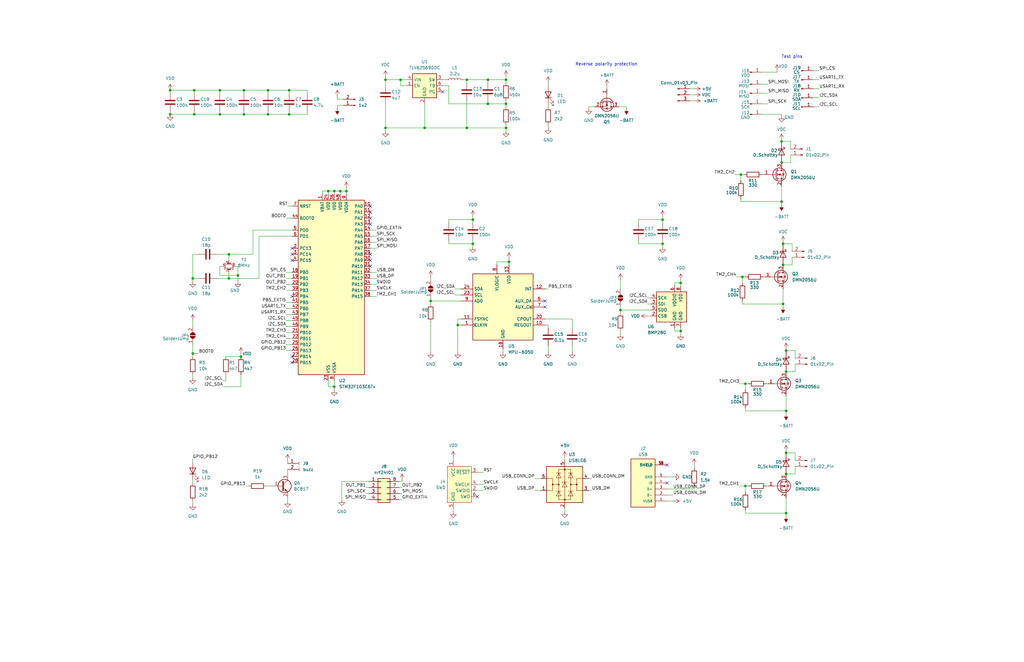
<source format=kicad_sch>
(kicad_sch (version 20230121) (generator eeschema)
  (paper "User" 431.8 279.4)
  (title_block (title "Quadcopter flight controller") (date "2023-07-21") (rev "1"))
  (junction (at 314.325 205.105))
  (junction (at 146.05 80.645))
  (junction (at 279.4 92.71))
  (junction (at 287.02 119.38))
  (junction (at 92.71 38.1))
  (junction (at 96.52 117.475))
  (junction (at 138.43 80.645))
  (junction (at 102.87 48.26))
  (junction (at 287.02 139.7))
  (junction (at 162.56 53.975))
  (junction (at 71.755 48.26))
  (junction (at 312.42 73.66))
  (junction (at 101.6 150.495))
  (junction (at 213.36 53.975))
  (junction (at 330.2 111.76))
  (junction (at 193.04 137.16))
  (junction (at 329.565 68.58))
  (junction (at 162.56 33.655))
  (junction (at 140.97 163.195))
  (junction (at 329.565 59.69))
  (junction (at 102.87 38.1))
  (junction (at 330.2 128.27))
  (junction (at 214.63 110.49))
  (junction (at 121.92 38.1))
  (junction (at 314.325 161.925))
  (junction (at 81.915 48.26))
  (junction (at 113.03 48.26))
  (junction (at 330.2 102.87))
  (junction (at 113.03 38.1))
  (junction (at 213.36 33.655))
  (junction (at 81.915 38.1))
  (junction (at 213.36 43.815))
  (junction (at 331.47 216.535))
  (junction (at 331.47 191.135))
  (junction (at 261.62 130.81))
  (junction (at 96.52 107.315))
  (junction (at 199.39 92.71))
  (junction (at 81.28 149.225))
  (junction (at 81.28 117.475))
  (junction (at 331.47 147.955))
  (junction (at 92.71 48.26))
  (junction (at 331.47 200.025))
  (junction (at 179.07 53.975))
  (junction (at 121.92 48.26))
  (junction (at 168.91 33.655))
  (junction (at 205.74 43.815))
  (junction (at 313.055 116.84))
  (junction (at 100.33 116.205))
  (junction (at 331.47 156.845))
  (junction (at 331.47 173.355))
  (junction (at 279.4 102.87))
  (junction (at 140.97 80.645))
  (junction (at 181.61 127))
  (junction (at 199.39 102.87))
  (junction (at 205.74 33.655))
  (junction (at 329.565 85.09))
  (junction (at 143.51 80.645))
  (junction (at 71.755 38.1))
  (junction (at 196.85 33.655))
  (junction (at 196.85 53.975))
  (no_connect (at 123.19 109.855))
  (no_connect (at 281.305 203.835))
  (no_connect (at 123.19 150.495))
  (no_connect (at 229.87 127))
  (no_connect (at 156.21 94.615))
  (no_connect (at 156.21 86.995))
  (no_connect (at 156.21 92.075))
  (no_connect (at 123.19 153.035))
  (no_connect (at 156.21 112.395))
  (no_connect (at 123.19 107.315))
  (no_connect (at 201.295 209.55))
  (no_connect (at 156.21 107.315))
  (no_connect (at 186.69 38.735))
  (no_connect (at 229.87 129.54))
  (no_connect (at 123.19 125.095))
  (no_connect (at 123.19 104.775))
  (no_connect (at 156.21 109.855))
  (no_connect (at 281.305 196.215))
  (no_connect (at 156.21 89.535))
  (wire (pts (xy 96.52 107.315) (xy 106.68 107.315)))
  (wire (pts (xy 264.16 45.085) (xy 260.985 45.085)))
  (wire (pts (xy 321.31 48.26) (xy 329.565 48.26)))
  (wire (pts (xy 238.125 214.63) (xy 238.125 215.9)))
  (wire (pts (xy 71.755 46.99) (xy 71.755 48.26)))
  (wire (pts (xy 91.44 107.315) (xy 96.52 107.315)))
  (wire (pts (xy 100.33 116.205) (xy 100.33 112.395)))
  (wire (pts (xy 212.09 147.32) (xy 212.09 148.59)))
  (wire (pts (xy 121.285 194.31) (xy 121.285 195.58)))
  (wire (pts (xy 155.575 203.2) (xy 144.145 203.2)))
  (wire (pts (xy 191.77 124.46) (xy 194.31 124.46)))
  (wire (pts (xy 120.65 140.335) (xy 123.19 140.335)))
  (wire (pts (xy 181.61 125.73) (xy 181.61 127)))
  (wire (pts (xy 312.42 83.82) (xy 312.42 85.09)))
  (wire (pts (xy 143.51 80.645) (xy 140.97 80.645)))
  (wire (pts (xy 345.44 33.655) (xy 342.9 33.655)))
  (wire (pts (xy 169.545 202.565) (xy 169.545 203.2)))
  (wire (pts (xy 331.47 147.955) (xy 331.47 148.59)))
  (wire (pts (xy 331.47 156.21) (xy 331.47 156.845)))
  (wire (pts (xy 331.47 216.535) (xy 331.47 217.805)))
  (wire (pts (xy 169.545 205.74) (xy 168.275 205.74)))
  (wire (pts (xy 93.98 160.655) (xy 95.25 160.655)))
  (wire (pts (xy 109.22 99.695) (xy 123.19 99.695)))
  (wire (pts (xy 203.835 207.01) (xy 201.295 207.01)))
  (wire (pts (xy 329.565 59.69) (xy 329.565 60.325)))
  (wire (pts (xy 144.145 203.2) (xy 144.145 210.82)))
  (wire (pts (xy 273.05 128.27) (xy 274.32 128.27)))
  (wire (pts (xy 81.28 149.225) (xy 81.28 150.495)))
  (wire (pts (xy 109.22 117.475) (xy 109.22 99.695)))
  (wire (pts (xy 93.98 163.195) (xy 101.6 163.195)))
  (wire (pts (xy 281.305 208.915) (xy 283.845 208.915)))
  (wire (pts (xy 231.14 146.05) (xy 231.14 148.59)))
  (wire (pts (xy 335.28 194.31) (xy 335.28 191.135)))
  (wire (pts (xy 203.835 204.47) (xy 201.295 204.47)))
  (wire (pts (xy 331.47 167.005) (xy 331.47 173.355)))
  (wire (pts (xy 261.62 139.7) (xy 261.62 140.97)))
  (wire (pts (xy 169.545 210.82) (xy 168.275 210.82)))
  (wire (pts (xy 248.285 45.085) (xy 250.825 45.085)))
  (wire (pts (xy 323.215 161.925) (xy 323.85 161.925)))
  (wire (pts (xy 309.88 73.66) (xy 312.42 73.66)))
  (wire (pts (xy 95.25 160.655) (xy 95.25 158.115)))
  (wire (pts (xy 314.325 207.645) (xy 314.325 205.105)))
  (wire (pts (xy 225.425 201.93) (xy 227.965 201.93)))
  (wire (pts (xy 330.2 128.27) (xy 330.2 129.54)))
  (wire (pts (xy 92.71 39.37) (xy 92.71 38.1)))
  (wire (pts (xy 81.915 38.1) (xy 81.915 39.37)))
  (wire (pts (xy 214.63 109.22) (xy 214.63 110.49)))
  (wire (pts (xy 154.305 205.74) (xy 155.575 205.74)))
  (wire (pts (xy 81.915 48.26) (xy 92.71 48.26)))
  (wire (pts (xy 71.755 39.37) (xy 71.755 38.1)))
  (wire (pts (xy 199.39 92.71) (xy 199.39 93.98)))
  (wire (pts (xy 331.47 147.32) (xy 331.47 147.955)))
  (wire (pts (xy 181.61 127) (xy 181.61 128.27)))
  (wire (pts (xy 142.24 45.72) (xy 142.24 44.45)))
  (wire (pts (xy 162.56 33.655) (xy 168.91 33.655)))
  (wire (pts (xy 213.36 43.815) (xy 213.36 45.085)))
  (wire (pts (xy 209.55 111.76) (xy 209.55 110.49)))
  (wire (pts (xy 146.05 79.375) (xy 146.05 80.645)))
  (wire (pts (xy 312.42 85.09) (xy 329.565 85.09)))
  (wire (pts (xy 120.65 145.415) (xy 123.19 145.415)))
  (wire (pts (xy 209.55 110.49) (xy 214.63 110.49)))
  (wire (pts (xy 81.28 117.475) (xy 81.28 107.315)))
  (wire (pts (xy 335.28 153.67) (xy 335.28 156.845)))
  (wire (pts (xy 329.565 85.09) (xy 329.565 86.36)))
  (wire (pts (xy 269.24 92.71) (xy 269.24 93.98)))
  (wire (pts (xy 92.71 46.99) (xy 92.71 48.26)))
  (wire (pts (xy 335.28 200.025) (xy 331.47 200.025)))
  (wire (pts (xy 140.97 160.655) (xy 140.97 163.195)))
  (wire (pts (xy 194.31 134.62) (xy 193.04 134.62)))
  (wire (pts (xy 313.055 127) (xy 313.055 128.27)))
  (wire (pts (xy 121.92 38.1) (xy 113.03 38.1)))
  (wire (pts (xy 106.68 107.315) (xy 106.68 97.155)))
  (wire (pts (xy 231.14 34.925) (xy 231.14 36.195)))
  (wire (pts (xy 121.285 210.185) (xy 121.285 211.455)))
  (wire (pts (xy 120.65 142.875) (xy 123.19 142.875)))
  (wire (pts (xy 96.52 114.935) (xy 96.52 117.475)))
  (wire (pts (xy 181.61 116.84) (xy 181.61 118.11)))
  (wire (pts (xy 205.74 33.655) (xy 213.36 33.655)))
  (wire (pts (xy 121.285 198.12) (xy 121.285 200.025)))
  (wire (pts (xy 334.01 102.87) (xy 330.2 102.87)))
  (wire (pts (xy 168.91 36.195) (xy 168.91 33.655)))
  (wire (pts (xy 345.44 41.275) (xy 342.9 41.275)))
  (wire (pts (xy 162.56 32.385) (xy 162.56 33.655)))
  (wire (pts (xy 96.52 117.475) (xy 109.22 117.475)))
  (wire (pts (xy 120.65 130.175) (xy 123.19 130.175)))
  (wire (pts (xy 154.305 210.82) (xy 155.575 210.82)))
  (wire (pts (xy 284.48 119.38) (xy 287.02 119.38)))
  (wire (pts (xy 81.28 202.565) (xy 81.28 203.835)))
  (wire (pts (xy 113.03 39.37) (xy 113.03 38.1)))
  (wire (pts (xy 287.02 119.38) (xy 287.02 120.65)))
  (wire (pts (xy 333.375 65.405) (xy 333.375 68.58)))
  (wire (pts (xy 81.28 135.255) (xy 81.28 137.795)))
  (wire (pts (xy 199.39 91.44) (xy 199.39 92.71)))
  (wire (pts (xy 214.63 110.49) (xy 214.63 111.76)))
  (wire (pts (xy 162.56 36.195) (xy 162.56 33.655)))
  (wire (pts (xy 334.01 106.045) (xy 334.01 102.87)))
  (wire (pts (xy 196.85 53.975) (xy 213.36 53.975)))
  (wire (pts (xy 162.56 53.975) (xy 179.07 53.975)))
  (wire (pts (xy 189.23 36.195) (xy 189.23 43.815)))
  (wire (pts (xy 213.36 55.245) (xy 213.36 53.975)))
  (wire (pts (xy 279.4 92.71) (xy 279.4 93.98)))
  (wire (pts (xy 191.135 193.04) (xy 191.135 194.31)))
  (wire (pts (xy 292.735 205.105) (xy 292.735 206.375)))
  (wire (pts (xy 193.04 134.62) (xy 193.04 137.16)))
  (wire (pts (xy 330.2 121.92) (xy 330.2 128.27)))
  (wire (pts (xy 162.56 43.815) (xy 162.56 53.975)))
  (wire (pts (xy 241.3 146.05) (xy 241.3 148.59)))
  (wire (pts (xy 205.74 43.815) (xy 213.36 43.815)))
  (wire (pts (xy 199.39 101.6) (xy 199.39 102.87)))
  (wire (pts (xy 231.14 121.92) (xy 229.87 121.92)))
  (wire (pts (xy 113.03 48.26) (xy 121.92 48.26)))
  (wire (pts (xy 333.375 59.69) (xy 329.565 59.69)))
  (wire (pts (xy 310.515 116.84) (xy 313.055 116.84)))
  (wire (pts (xy 129.54 39.37) (xy 129.54 38.1)))
  (wire (pts (xy 138.43 81.915) (xy 138.43 80.645)))
  (wire (pts (xy 287.02 118.11) (xy 287.02 119.38)))
  (wire (pts (xy 113.03 46.99) (xy 113.03 48.26)))
  (wire (pts (xy 91.44 117.475) (xy 96.52 117.475)))
  (wire (pts (xy 331.47 190.5) (xy 331.47 191.135)))
  (wire (pts (xy 191.77 121.92) (xy 194.31 121.92)))
  (wire (pts (xy 323.215 205.105) (xy 323.85 205.105)))
  (wire (pts (xy 120.65 135.255) (xy 123.19 135.255)))
  (wire (pts (xy 81.28 158.115) (xy 81.28 159.385)))
  (wire (pts (xy 335.28 196.85) (xy 335.28 200.025)))
  (wire (pts (xy 279.4 91.44) (xy 279.4 92.71)))
  (wire (pts (xy 345.44 29.845) (xy 342.9 29.845)))
  (wire (pts (xy 249.555 207.01) (xy 248.285 207.01)))
  (wire (pts (xy 135.89 80.645) (xy 138.43 80.645)))
  (wire (pts (xy 279.4 102.87) (xy 279.4 104.14)))
  (wire (pts (xy 314.325 216.535) (xy 331.47 216.535)))
  (wire (pts (xy 261.62 130.81) (xy 261.62 132.08)))
  (wire (pts (xy 290.83 37.465) (xy 292.735 37.465)))
  (wire (pts (xy 120.65 122.555) (xy 123.19 122.555)))
  (wire (pts (xy 100.33 112.395) (xy 99.06 112.395)))
  (wire (pts (xy 321.31 43.815) (xy 323.85 43.815)))
  (wire (pts (xy 313.055 116.84) (xy 314.325 116.84)))
  (wire (pts (xy 284.48 138.43) (xy 284.48 139.7)))
  (wire (pts (xy 205.74 33.655) (xy 205.74 34.925)))
  (wire (pts (xy 269.24 92.71) (xy 279.4 92.71)))
  (wire (pts (xy 71.755 38.1) (xy 81.915 38.1)))
  (wire (pts (xy 193.04 148.59) (xy 193.04 137.16)))
  (wire (pts (xy 191.135 214.63) (xy 191.135 215.9)))
  (wire (pts (xy 95.25 150.495) (xy 101.6 150.495)))
  (wire (pts (xy 321.31 30.48) (xy 327.66 30.48)))
  (wire (pts (xy 92.71 116.205) (xy 100.33 116.205)))
  (wire (pts (xy 203.835 199.39) (xy 201.295 199.39)))
  (wire (pts (xy 158.75 102.235) (xy 156.21 102.235)))
  (wire (pts (xy 135.89 81.915) (xy 135.89 80.645)))
  (wire (pts (xy 158.75 120.015) (xy 156.21 120.015)))
  (wire (pts (xy 196.85 33.655) (xy 205.74 33.655)))
  (wire (pts (xy 331.47 173.355) (xy 331.47 174.625)))
  (wire (pts (xy 138.43 160.655) (xy 138.43 163.195)))
  (wire (pts (xy 269.24 101.6) (xy 269.24 102.87)))
  (wire (pts (xy 312.42 73.66) (xy 313.69 73.66)))
  (wire (pts (xy 113.03 48.26) (xy 102.87 48.26)))
  (wire (pts (xy 146.05 81.915) (xy 146.05 80.645)))
  (wire (pts (xy 335.28 151.13) (xy 335.28 147.955)))
  (wire (pts (xy 142.24 40.64) (xy 142.24 41.91)))
  (wire (pts (xy 312.42 76.2) (xy 312.42 73.66)))
  (wire (pts (xy 213.36 52.705) (xy 213.36 53.975)))
  (wire (pts (xy 248.285 45.72) (xy 248.285 45.085)))
  (wire (pts (xy 156.21 114.935) (xy 158.75 114.935)))
  (wire (pts (xy 269.24 102.87) (xy 279.4 102.87)))
  (wire (pts (xy 249.555 201.93) (xy 248.285 201.93)))
  (wire (pts (xy 92.71 38.1) (xy 102.87 38.1)))
  (wire (pts (xy 321.31 73.66) (xy 321.945 73.66)))
  (wire (pts (xy 329.565 78.74) (xy 329.565 85.09)))
  (wire (pts (xy 314.325 173.355) (xy 331.47 173.355)))
  (wire (pts (xy 168.91 33.655) (xy 171.45 33.655)))
  (wire (pts (xy 186.69 33.655) (xy 187.96 33.655)))
  (wire (pts (xy 143.51 81.915) (xy 143.51 80.645)))
  (wire (pts (xy 287.02 139.7) (xy 287.02 140.97)))
  (wire (pts (xy 313.055 128.27) (xy 330.2 128.27)))
  (wire (pts (xy 100.33 116.205) (xy 100.33 118.745)))
  (wire (pts (xy 102.87 38.1) (xy 113.03 38.1)))
  (wire (pts (xy 96.52 107.315) (xy 96.52 109.855)))
  (wire (pts (xy 121.92 46.99) (xy 121.92 48.26)))
  (wire (pts (xy 120.65 132.715) (xy 123.19 132.715)))
  (wire (pts (xy 313.055 119.38) (xy 313.055 116.84)))
  (wire (pts (xy 162.56 53.975) (xy 162.56 55.245)))
  (wire (pts (xy 241.3 134.62) (xy 229.87 134.62)))
  (wire (pts (xy 142.24 44.45) (xy 144.78 44.45)))
  (wire (pts (xy 71.755 48.26) (xy 81.915 48.26)))
  (wire (pts (xy 231.14 52.705) (xy 231.14 53.975)))
  (wire (pts (xy 81.28 145.415) (xy 81.28 149.225)))
  (wire (pts (xy 81.915 46.99) (xy 81.915 48.26)))
  (wire (pts (xy 102.87 46.99) (xy 102.87 48.26)))
  (wire (pts (xy 287.02 138.43) (xy 287.02 139.7)))
  (wire (pts (xy 323.85 39.37) (xy 321.31 39.37)))
  (wire (pts (xy 329.565 48.26) (xy 329.565 48.895)))
  (wire (pts (xy 238.125 193.04) (xy 238.125 194.31)))
  (wire (pts (xy 120.65 137.795) (xy 123.19 137.795)))
  (wire (pts (xy 314.325 161.925) (xy 315.595 161.925)))
  (wire (pts (xy 196.85 42.545) (xy 196.85 53.975)))
  (wire (pts (xy 120.65 114.935) (xy 123.19 114.935)))
  (wire (pts (xy 140.97 163.195) (xy 140.97 164.465)))
  (wire (pts (xy 106.68 97.155) (xy 123.19 97.155)))
  (wire (pts (xy 241.3 138.43) (xy 241.3 134.62)))
  (wire (pts (xy 156.21 117.475) (xy 158.75 117.475)))
  (wire (pts (xy 189.23 101.6) (xy 189.23 102.87)))
  (wire (pts (xy 103.505 205.105) (xy 104.775 205.105)))
  (wire (pts (xy 205.74 42.545) (xy 205.74 43.815)))
  (wire (pts (xy 195.58 33.655) (xy 196.85 33.655)))
  (wire (pts (xy 335.28 156.845) (xy 331.47 156.845)))
  (wire (pts (xy 330.2 111.125) (xy 330.2 111.76)))
  (wire (pts (xy 284.48 120.65) (xy 284.48 119.38)))
  (wire (pts (xy 102.87 39.37) (xy 102.87 38.1)))
  (wire (pts (xy 101.6 163.195) (xy 101.6 158.115)))
  (wire (pts (xy 329.565 59.055) (xy 329.565 59.69)))
  (wire (pts (xy 281.305 211.455) (xy 283.845 211.455)))
  (wire (pts (xy 186.69 36.195) (xy 189.23 36.195)))
  (wire (pts (xy 121.285 86.995) (xy 123.19 86.995)))
  (wire (pts (xy 140.97 80.645) (xy 140.97 81.915)))
  (wire (pts (xy 333.375 62.865) (xy 333.375 59.69)))
  (wire (pts (xy 261.62 129.54) (xy 261.62 130.81)))
  (wire (pts (xy 120.65 120.015) (xy 123.19 120.015)))
  (wire (pts (xy 168.275 208.28) (xy 169.545 208.28)))
  (wire (pts (xy 334.01 111.76) (xy 330.2 111.76)))
  (wire (pts (xy 345.44 37.465) (xy 342.9 37.465)))
  (wire (pts (xy 335.28 191.135) (xy 331.47 191.135)))
  (wire (pts (xy 335.28 147.955) (xy 331.47 147.955)))
  (wire (pts (xy 83.82 117.475) (xy 81.28 117.475)))
  (wire (pts (xy 229.87 137.16) (xy 231.14 137.16)))
  (wire (pts (xy 121.92 48.26) (xy 129.54 48.26)))
  (wire (pts (xy 290.83 40.005) (xy 292.735 40.005)))
  (wire (pts (xy 231.14 138.43) (xy 231.14 137.16)))
  (wire (pts (xy 120.65 117.475) (xy 123.19 117.475)))
  (wire (pts (xy 284.48 139.7) (xy 287.02 139.7)))
  (wire (pts (xy 314.325 172.085) (xy 314.325 173.355)))
  (wire (pts (xy 321.31 35.56) (xy 323.85 35.56)))
  (wire (pts (xy 311.785 161.925) (xy 314.325 161.925)))
  (wire (pts (xy 279.4 101.6) (xy 279.4 102.87)))
  (wire (pts (xy 81.28 211.455) (xy 81.28 212.725)))
  (wire (pts (xy 181.61 127) (xy 194.31 127)))
  (wire (pts (xy 314.325 164.465) (xy 314.325 161.925)))
  (wire (pts (xy 189.23 102.87) (xy 199.39 102.87)))
  (wire (pts (xy 92.71 112.395) (xy 92.71 116.205)))
  (wire (pts (xy 81.28 117.475) (xy 81.28 118.745)))
  (wire (pts (xy 314.325 205.105) (xy 315.595 205.105)))
  (wire (pts (xy 189.23 93.98) (xy 189.23 92.71)))
  (wire (pts (xy 138.43 80.645) (xy 140.97 80.645)))
  (wire (pts (xy 333.375 68.58) (xy 329.565 68.58)))
  (wire (pts (xy 290.83 42.545) (xy 292.735 42.545)))
  (wire (pts (xy 120.65 127.635) (xy 123.19 127.635)))
  (wire (pts (xy 179.07 53.975) (xy 196.85 53.975)))
  (wire (pts (xy 331.47 191.135) (xy 331.47 191.77)))
  (wire (pts (xy 142.24 41.91) (xy 144.78 41.91)))
  (wire (pts (xy 330.2 102.235) (xy 330.2 102.87)))
  (wire (pts (xy 196.85 33.655) (xy 196.85 34.925)))
  (wire (pts (xy 189.23 92.71) (xy 199.39 92.71)))
  (wire (pts (xy 261.62 130.81) (xy 274.32 130.81)))
  (wire (pts (xy 193.04 137.16) (xy 194.31 137.16)))
  (wire (pts (xy 101.6 149.225) (xy 101.6 150.495)))
  (wire (pts (xy 261.62 118.11) (xy 261.62 121.92)))
  (wire (pts (xy 329.565 67.945) (xy 329.565 68.58)))
  (wire (pts (xy 129.54 46.99) (xy 129.54 48.26)))
  (wire (pts (xy 273.05 125.73) (xy 274.32 125.73)))
  (wire (pts (xy 123.19 92.075) (xy 120.65 92.075)))
  (wire (pts (xy 321.945 116.84) (xy 322.58 116.84)))
  (wire (pts (xy 120.65 147.955) (xy 123.19 147.955)))
  (wire (pts (xy 81.28 107.315) (xy 83.82 107.315)))
  (wire (pts (xy 199.39 102.87) (xy 199.39 104.14)))
  (wire (pts (xy 92.71 112.395) (xy 93.98 112.395)))
  (wire (pts (xy 179.07 43.815) (xy 179.07 53.975)))
  (wire (pts (xy 345.44 45.085) (xy 342.9 45.085)))
  (wire (pts (xy 292.735 196.215) (xy 292.735 197.485)))
  (wire (pts (xy 158.75 97.155) (xy 156.21 97.155)))
  (wire (pts (xy 331.47 199.39) (xy 331.47 200.025)))
  (wire (pts (xy 92.71 48.26) (xy 102.87 48.26)))
  (wire (pts (xy 81.28 193.675) (xy 81.28 194.945)))
  (wire (pts (xy 158.75 122.555) (xy 156.21 122.555)))
  (wire (pts (xy 213.36 32.385) (xy 213.36 33.655)))
  (wire (pts (xy 121.92 39.37) (xy 121.92 38.1)))
  (wire (pts (xy 189.23 43.815) (xy 205.74 43.815)))
  (wire (pts (xy 154.305 208.28) (xy 155.575 208.28)))
  (wire (pts (xy 156.21 99.695) (xy 158.75 99.695)))
  (wire (pts (xy 138.43 163.195) (xy 140.97 163.195)))
  (wire (pts (xy 331.47 210.185) (xy 331.47 216.535)))
  (wire (pts (xy 264.16 45.72) (xy 264.16 45.085)))
  (wire (pts (xy 225.425 207.01) (xy 227.965 207.01)))
  (wire (pts (xy 213.36 42.545) (xy 213.36 43.815)))
  (wire (pts (xy 81.28 149.225) (xy 83.82 149.225)))
  (wire (pts (xy 146.05 80.645) (xy 143.51 80.645)))
  (wire (pts (xy 112.395 205.105) (xy 113.665 205.105)))
  (wire (pts (xy 314.325 215.265) (xy 314.325 216.535)))
  (wire (pts (xy 121.92 38.1) (xy 129.54 38.1)))
  (wire (pts (xy 281.305 206.375) (xy 292.735 206.375)))
  (wire (pts (xy 274.32 133.35) (xy 273.05 133.35)))
  (wire (pts (xy 330.2 102.87) (xy 330.2 103.505)))
  (wire (pts (xy 281.305 201.295) (xy 283.845 201.295)))
  (wire (pts (xy 255.905 36.195) (xy 255.905 37.465)))
  (wire (pts (xy 181.61 135.89) (xy 181.61 148.59)))
  (wire (pts (xy 156.21 104.775) (xy 158.75 104.775)))
  (wire (pts (xy 81.915 38.1) (xy 92.71 38.1)))
  (wire (pts (xy 171.45 36.195) (xy 168.91 36.195)))
  (wire (pts (xy 334.01 108.585) (xy 334.01 111.76)))
  (wire (pts (xy 327.66 30.48) (xy 327.66 29.845)))
  (wire (pts (xy 158.75 125.095) (xy 156.21 125.095)))
  (wire (pts (xy 213.36 34.925) (xy 213.36 33.655)))
  (wire (pts (xy 168.275 203.2) (xy 169.545 203.2)))
  (wire (pts (xy 311.785 205.105) (xy 314.325 205.105)))
  (wire (pts (xy 231.14 43.815) (xy 231.14 45.085)))
  (text "Test pins\n" (at 329.565 24.765 0) (effects (font (size 1.27 1.27)) (justify left bottom)))
  (text "Reverse polarity protection\n" (at 242.57 27.94 0) (effects (font (size 1.27 1.27)) (justify left bottom)))
  (label "OUT_PB2" (at 120.65 120.015 180))
  (label "I2C_SCL" (at 93.98 160.655 180))
  (label "RST" (at 121.285 86.995 180))
  (label "I2C_SDA" (at 191.77 121.92 180))
  (label "BOOT0" (at 83.82 149.225 0))
  (label "SPI_MOSI" (at 158.75 104.775 0))
  (label "TM2_CH3" (at 311.785 161.925 180))
  (label "OUT_PB2" (at 169.545 205.74 0))
  (label "PB5_EXTI5" (at 231.14 121.92 0))
  (label "GPIO_EXTI4" (at 158.75 97.155 0))
  (label "TM2_CH1" (at 158.75 125.095 0))
  (label "TM2_CH2" (at 120.65 122.555 180))
  (label "GPIO_PB12" (at 120.65 145.415 180))
  (label "PB5_EXTI5" (at 120.65 127.635 180))
  (label "TM2_CH1" (at 311.785 205.105 180))
  (label "SWDIO" (at 203.835 207.01 0))
  (label "I2C_SDA" (at 273.05 128.27 180))
  (label "I2C_SDA" (at 345.44 41.275 0))
  (label "RST" (at 203.835 199.39 0))
  (label "SPI_MISO" (at 323.85 39.37 0))
  (label "USART1_RX" (at 345.44 37.465 0))
  (label "I2C_SDA" (at 120.65 137.795 180))
  (label "USB_DP" (at 158.75 117.475 0))
  (label "USB_CONN_DM" (at 249.555 201.93 0))
  (label "SPI_SCK" (at 158.75 99.695 0))
  (label "USB_CONN_DM" (at 283.845 208.915 0))
  (label "I2C_SCL" (at 120.65 135.255 180))
  (label "SPI_CS" (at 345.44 29.845 0))
  (label "USART1_TX" (at 345.44 33.655 0))
  (label "I2C_SCL" (at 345.44 45.085 0))
  (label "USB_DP" (at 225.425 207.01 180))
  (label "GPIO_EXTI4" (at 169.545 210.82 0))
  (label "TM2_CH4" (at 120.65 142.875 180))
  (label "BOOT0" (at 120.65 92.075 180))
  (label "USB_CONN_DP" (at 225.425 201.93 180))
  (label "GPIO_PB13" (at 103.505 205.105 180))
  (label "TM2_CH2" (at 309.88 73.66 180))
  (label "SPI_MOSI" (at 169.545 208.28 0))
  (label "I2C_SDA" (at 93.98 163.195 180))
  (label "USB_CONN_DP" (at 283.845 206.375 0))
  (label "SPI_SCK" (at 323.85 43.815 0))
  (label "SPI_CS" (at 120.65 114.935 180))
  (label "TM2_CH3" (at 120.65 140.335 180))
  (label "SPI_MISO" (at 154.305 210.82 180))
  (label "SPI_MISO" (at 158.75 102.235 0))
  (label "OUT_PB1" (at 120.65 117.475 180))
  (label "USART1_RX" (at 120.65 132.715 180))
  (label "I2C_SCL" (at 273.05 125.73 180))
  (label "SPI_MOSI" (at 323.85 35.56 0))
  (label "TM2_CH4" (at 310.515 116.84 180))
  (label "I2C_SCL" (at 191.77 124.46 180))
  (label "OUT_PB1" (at 154.305 205.74 180))
  (label "USART1_TX" (at 120.65 130.175 180))
  (label "USB_DM" (at 158.75 114.935 0))
  (label "SWCLK" (at 203.835 204.47 0))
  (label "GPIO_PB12" (at 81.28 193.675 0))
  (label "USB_DM" (at 249.555 207.01 0))
  (label "GPIO_PB13" (at 120.65 147.955 180))
  (label "SPI_SCK" (at 154.305 208.28 180))
  (label "SWCLK" (at 158.75 122.555 0))
  (label "SWDIO" (at 158.75 120.015 0))
  (symbol (lib_id "Connector_Generic:Conn_02x04_Counter_Clockwise") (at 160.655 205.74 0) (unit 1)
    (property "Reference" "J8" (at 161.925 196.85 0))
    (property "Value" "nrf24l01" (at 161.925 199.39 0))
    (property "Footprint" "Connector_PinHeader_2.54mm:PinHeader_2x04_P2.54mm_Vertical" (effects hide))
  )
  (symbol (lib_id "power:+5V") (at 238.125 193.04 0) (unit 1)
    (property "Reference" "#PWR021" (effects hide))
    (property "Value" "+5V" (at 238.125 187.96 0))
  )
  (symbol (lib_id "power:GND") (at 231.14 53.975 0) (unit 1)
    (property "Reference" "#PWR014" (effects hide))
    (property "Value" "GND" (at 231.14 59.055 0))
  )
  (symbol (lib_id "Connector:Conn_01x01_Pin") (at 316.23 39.37 0) (unit 1)
    (property "Reference" "J14" (at 313.055 38.735 0))
    (property "Value" "MISO" (at 313.69 40.64 0))
    (property "Footprint" "TestPoint:TestPoint_Pad_D1.0mm" (effects hide))
  )
  (symbol (lib_id "Device:C") (at 196.85 38.735 0) (unit 1)
    (property "Reference" "C13" (at 199.39 37.465 0) (effects (justify left)))
    (property "Value" "10u" (at 199.39 40.005 0) (effects (justify left)))
    (property "Footprint" "Capacitor_SMD:C_0805_2012Metric" (effects hide))
  )
  (symbol (lib_id "Device:Crystal_GND24_Small") (at 96.52 112.395 90) (unit 1)
    (property "Reference" "Y1" (at 102.87 109.4807 90))
    (property "Value" "8MHz" (at 102.87 112.0207 90))
    (property "Footprint" "QT532S-8.000MAAJ-T:XTAL_QT532S-8.000MAAJ-T" (effects hide))
  )
  (symbol (lib_id "power:VDC") (at 331.47 147.32 0) (unit 1)
    (property "Reference" "#PWR049" (effects hide))
    (property "Value" "VDC" (at 331.47 142.875 0))
  )
  (symbol (lib_id "power:-BATT") (at 331.47 174.625 180) (unit 1)
    (property "Reference" "#PWR020" (effects hide))
    (property "Value" "-BATT" (at 331.47 179.705 0))
  )
  (symbol (lib_id "Connector:Conn_01x01_Pin") (at 316.23 35.56 0) (unit 1)
    (property "Reference" "J13" (at 314.325 34.29 0))
    (property "Value" "MOSI" (at 313.69 36.195 0))
    (property "Footprint" "TestPoint:TestPoint_Pad_D1.0mm" (effects hide))
  )
  (symbol (lib_id "Transistor_BJT:BC817") (at 118.745 205.105 0) (unit 1)
    (property "Reference" "Q6" (at 123.825 203.835 0) (effects (justify left)))
    (property "Value" "BC817" (at 123.825 206.375 0) (effects (justify left)))
    (property "Footprint" "Package_TO_SOT_SMD:SOT-23" (effects hide))
    (property "Datasheet" "https://www.onsemi.com/pub/Collateral/BC818-D.pdf" (effects hide))
  )
  (symbol (lib_id "power:GND") (at 287.02 140.97 0) (unit 1)
    (property "Reference" "#PWR042" (effects hide))
    (property "Value" "GND" (at 287.02 146.05 0))
  )
  (symbol (lib_id "power:GND") (at 71.755 48.26 0) (unit 1)
    (property "Reference" "#PWR04" (effects hide))
    (property "Value" "GND" (at 71.755 53.34 0))
  )
  (symbol (lib_id "Connector:Conn_ARM_SWD_TagConnect_TC2030-NL") (at 193.675 204.47 0) (unit 1) (in_bom no)
    (property "Reference" "J4" (at 187.96 203.2 0) (effects (justify right)))
    (property "Value" "SWD" (at 187.96 205.74 0) (effects (justify right)))
    (property "Footprint" "swd_conn:Pin_2x03_P2.54mm" (effects hide))
    (property "Datasheet" "https://www.tag-connect.com/wp-content/uploads/bsk-pdf-manager/TC2030-CTX_1.pdf" (effects hide))
  )
  (symbol (lib_id "Power_Protection:USBLC6-2SC6") (at 238.125 204.47 0) (unit 1)
    (property "Reference" "U3" (at 239.7761 191.77 0) (effects (justify left)))
    (property "Value" "USBLC6" (at 239.7761 194.31 0) (effects (justify left)))
    (property "Footprint" "Package_TO_SOT_SMD:SOT-23-6" (effects hide))
    (property "Datasheet" "https://www.st.com/resource/en/datasheet/usblc6-2.pdf" (effects hide))
  )
  (symbol (lib_id "power:GND") (at 199.39 104.14 0) (unit 1)
    (property "Reference" "#PWR032" (effects hide))
    (property "Value" "GND" (at 199.39 109.22 0))
  )
  (symbol (lib_id "Sensor_Pressure:BMP280") (at 284.48 130.81 0) (unit 1)
    (property "Reference" "U6" (at 273.05 137.795 0) (effects (justify left)))
    (property "Value" "BMP280" (at 273.05 140.335 0) (effects (justify left)))
    (property "Footprint" "Package_LGA:Bosch_LGA-8_2x2.5mm_P0.65mm_ClockwisePinNumbering" (effects hide))
    (property "Datasheet" "https://ae-bst.resource.bosch.com/media/_tech/media/datasheets/BST-BMP280-DS001.pdf" (effects hide))
  )
  (symbol (lib_id "Device:R") (at 317.5 73.66 90) (unit 1)
    (property "Reference" "R11" (at 319.405 76.2 90) (effects (justify left)))
    (property "Value" "330" (at 319.405 78.105 90) (effects (justify left)))
    (property "Footprint" "Resistor_SMD:R_0805_2012Metric" (effects hide))
  )
  (symbol (lib_id "power:VDC") (at 331.47 190.5 0) (unit 1)
    (property "Reference" "#PWR051" (effects hide))
    (property "Value" "VDC" (at 331.47 186.055 0))
  )
  (symbol (lib_id "Connector:Conn_01x01_Pin") (at 337.82 33.655 0) (unit 1)
    (property "Reference" "J17" (at 335.915 32.385 0))
    (property "Value" "TX" (at 335.915 34.29 0))
    (property "Footprint" "TestPoint:TestPoint_Pad_D1.0mm" (effects hide))
  )
  (symbol (lib_id "Device:R") (at 292.735 201.295 0) (unit 1)
    (property "Reference" "R2" (at 295.275 200.025 0) (effects (justify left)))
    (property "Value" "1.5k" (at 295.275 202.565 0) (effects (justify left)))
    (property "Footprint" "Resistor_SMD:R_0805_2012Metric" (effects hide))
  )
  (symbol (lib_id "Device:C") (at 279.4 97.79 0) (unit 1)
    (property "Reference" "C18" (at 281.94 96.52 0) (effects (justify left)))
    (property "Value" "100n" (at 281.94 99.06 0) (effects (justify left)))
    (property "Footprint" "Capacitor_SMD:C_0805_2012Metric" (effects hide))
  )
  (symbol (lib_id "power:GND") (at 162.56 55.245 0) (unit 1)
    (property "Reference" "#PWR016" (effects hide))
    (property "Value" "GND" (at 162.56 60.325 0))
  )
  (symbol (lib_id "Device:C") (at 87.63 117.475 90) (unit 1)
    (property "Reference" "C11" (at 88.9 121.285 90) (effects (justify left)))
    (property "Value" "18p" (at 88.9 123.825 90) (effects (justify left)))
    (property "Footprint" "Capacitor_SMD:C_0201_0603Metric" (effects hide))
  )
  (symbol (lib_id "Connector:Conn_01x01_Pin") (at 337.82 37.465 0) (unit 1)
    (property "Reference" "J18" (at 335.915 36.195 0))
    (property "Value" "RX" (at 335.915 38.1 0))
    (property "Footprint" "TestPoint:TestPoint_Pad_D1.0mm" (effects hide))
  )
  (symbol (lib_id "power:VDD") (at 101.6 149.225 0) (unit 1)
    (property "Reference" "#PWR029" (effects hide))
    (property "Value" "VDD" (at 104.14 149.225 0))
  )
  (symbol (lib_id "power:-BATT") (at 142.24 45.72 180) (unit 1)
    (property "Reference" "#PWR027" (effects hide))
    (property "Value" "-BATT" (at 142.24 50.8 0))
  )
  (symbol (lib_id "power:GND") (at 231.14 148.59 0) (unit 1)
    (property "Reference" "#PWR037" (effects hide))
    (property "Value" "GND" (at 231.14 153.67 0))
  )
  (symbol (lib_id "power:GND") (at 241.3 148.59 0) (unit 1)
    (property "Reference" "#PWR038" (effects hide))
    (property "Value" "GND" (at 241.3 153.67 0))
  )
  (symbol (lib_id "power:VDD") (at 81.28 135.255 0) (unit 1)
    (property "Reference" "#PWR011" (effects hide))
    (property "Value" "VDD" (at 81.28 130.175 0))
  )
  (symbol (lib_id "Transistor_FET:DMN2056U") (at 327.025 73.66 0) (unit 1)
    (property "Reference" "Q1" (at 333.375 72.39 0) (effects (justify left)))
    (property "Value" "DMN2056U" (at 333.375 74.93 0) (effects (justify left)))
    (property "Footprint" "Package_TO_SOT_SMD:SOT-23" (effects hide))
    (property "Datasheet" "http://www.diodes.com/assets/Datasheets/DMN2056U.pdf" (effects hide))
  )
  (symbol (lib_id "Device:C") (at 162.56 40.005 0) (unit 1)
    (property "Reference" "C12" (at 165.1 38.735 0) (effects (justify left)))
    (property "Value" "4u7" (at 165.1 41.275 0) (effects (justify left)))
    (property "Footprint" "Capacitor_SMD:C_0805_2012Metric" (effects hide))
  )
  (symbol (lib_id "power:VDD") (at 231.14 34.925 0) (unit 1)
    (property "Reference" "#PWR013" (effects hide))
    (property "Value" "VDD" (at 231.14 29.845 0))
  )
  (symbol (lib_id "Device:R") (at 314.325 168.275 0) (unit 1)
    (property "Reference" "R14" (at 309.245 167.64 0) (effects (justify left)))
    (property "Value" "100k" (at 307.975 169.545 0) (effects (justify left)))
    (property "Footprint" "Resistor_SMD:R_0805_2012Metric" (effects hide))
  )
  (symbol (lib_id "Jumper:SolderJumper_2_Open") (at 81.28 141.605 90) (unit 1)
    (property "Reference" "JP4" (at 76.2 141.605 90) (effects (justify right)))
    (property "Value" "SolderJump" (at 68.58 142.875 90) (effects (justify right)))
    (property "Footprint" "Jumper:SolderJumper-2_P1.3mm_Open_Pad1.0x1.5mm" (effects hide))
  )
  (symbol (lib_id "power:GND") (at 193.04 148.59 0) (unit 1)
    (property "Reference" "#PWR034" (effects hide))
    (property "Value" "GND" (at 193.04 153.67 0))
  )
  (symbol (lib_id "Connector:Conn_01x02_Pin") (at 340.36 196.85 180) (unit 1)
    (property "Reference" "J7" (at 341.63 194.31 0) (effects (justify right)))
    (property "Value" "01x02_Pin" (at 341.63 196.85 0) (effects (justify right)))
    (property "Footprint" "Connector_PinSocket_1.27mm:PinSocket_1x02_P1.27mm_Vertical" (effects hide))
  )
  (symbol (lib_id "Device:C") (at 189.23 97.79 0) (unit 1)
    (property "Reference" "C14" (at 191.77 96.52 0) (effects (justify left)))
    (property "Value" "10n" (at 191.77 99.06 0) (effects (justify left)))
    (property "Footprint" "Capacitor_SMD:C_0805_2012Metric" (effects hide))
  )
  (symbol (lib_id "Connector:Conn_01x02_Pin") (at 339.09 108.585 180) (unit 1)
    (property "Reference" "J5" (at 340.36 106.045 0) (effects (justify right)))
    (property "Value" "01x02_Pin" (at 340.36 108.585 0) (effects (justify right)))
    (property "Footprint" "Connector_PinSocket_1.27mm:PinSocket_1x02_P1.27mm_Vertical" (effects hide))
  )
  (symbol (lib_id "Transistor_FET:DMN2056U") (at 328.93 161.925 0) (unit 1)
    (property "Reference" "Q3" (at 335.28 160.655 0) (effects (justify left)))
    (property "Value" "DMN2056U" (at 335.28 163.195 0) (effects (justify left)))
    (property "Footprint" "Package_TO_SOT_SMD:SOT-23" (effects hide))
    (property "Datasheet" "http://www.diodes.com/assets/Datasheets/DMN2056U.pdf" (effects hide))
  )
  (symbol (lib_id "Device:R") (at 318.135 116.84 90) (unit 1)
    (property "Reference" "R13" (at 320.04 119.38 90) (effects (justify left)))
    (property "Value" "330" (at 320.04 121.285 90) (effects (justify left)))
    (property "Footprint" "Resistor_SMD:R_0805_2012Metric" (effects hide))
  )
  (symbol (lib_id "power:GND") (at 181.61 148.59 0) (unit 1)
    (property "Reference" "#PWR035" (effects hide))
    (property "Value" "GND" (at 181.61 153.67 0))
  )
  (symbol (lib_id "power:VDD") (at 214.63 109.22 0) (unit 1)
    (property "Reference" "#PWR030" (effects hide))
    (property "Value" "VDD" (at 214.63 104.14 0))
  )
  (symbol (lib_id "Device:C") (at 269.24 97.79 0) (unit 1)
    (property "Reference" "C17" (at 271.78 96.52 0) (effects (justify left)))
    (property "Value" "100n" (at 271.78 99.06 0) (effects (justify left)))
    (property "Footprint" "Capacitor_SMD:C_0805_2012Metric" (effects hide))
  )
  (symbol (lib_id "power:VDD") (at 71.755 38.1 0) (unit 1)
    (property "Reference" "#PWR03" (effects hide))
    (property "Value" "VDD" (at 71.755 33.02 0))
  )
  (symbol (lib_id "Device:C") (at 113.03 43.18 0) (unit 1)
    (property "Reference" "C6" (at 115.57 41.91 0) (effects (justify left)))
    (property "Value" "10n" (at 115.57 44.45 0) (effects (justify left)))
    (property "Footprint" "Capacitor_SMD:C_0805_2012Metric" (effects hide))
  )
  (symbol (lib_id "power:VDC") (at 330.2 102.235 0) (unit 1)
    (property "Reference" "#PWR047" (effects hide))
    (property "Value" "VDC" (at 330.2 97.79 0))
  )
  (symbol (lib_id "Device:R") (at 213.36 48.895 0) (unit 1)
    (property "Reference" "R5" (at 214.63 47.625 0) (effects (justify left)))
    (property "Value" "100k" (at 214.63 50.165 0) (effects (justify left)))
    (property "Footprint" "Resistor_SMD:R_0805_2012Metric" (effects hide))
  )
  (symbol (lib_id "power:VDC") (at 329.565 59.055 0) (unit 1)
    (property "Reference" "#PWR046" (effects hide))
    (property "Value" "VDC" (at 329.565 54.61 0))
  )
  (symbol (lib_id "Device:C") (at 199.39 97.79 0) (unit 1)
    (property "Reference" "C2" (at 201.93 96.52 0) (effects (justify left)))
    (property "Value" "100n" (at 201.93 99.06 0) (effects (justify left)))
    (property "Footprint" "Capacitor_SMD:C_0805_2012Metric" (effects hide))
  )
  (symbol (lib_id "power:GND") (at 283.845 201.295 90) (unit 1)
    (property "Reference" "#PWR08" (effects hide))
    (property "Value" "GND" (at 287.655 201.295 90) (effects (justify right)))
  )
  (symbol (lib_id "power:VDD") (at 121.285 194.31 0) (unit 1)
    (property "Reference" "#PWR059" (effects hide))
    (property "Value" "VDD" (at 121.285 189.23 0))
  )
  (symbol (lib_id "power:VDD") (at 279.4 91.44 0) (unit 1)
    (property "Reference" "#PWR043" (effects hide))
    (property "Value" "VDD" (at 279.4 86.36 0))
  )
  (symbol (lib_id "Device:R") (at 319.405 161.925 90) (unit 1)
    (property "Reference" "R15" (at 321.31 164.465 90) (effects (justify left)))
    (property "Value" "330" (at 321.31 166.37 90) (effects (justify left)))
    (property "Footprint" "Resistor_SMD:R_0805_2012Metric" (effects hide))
  )
  (symbol (lib_id "Device:R") (at 108.585 205.105 90) (unit 1)
    (property "Reference" "R19" (at 108.585 198.755 90))
    (property "Value" "1k" (at 108.585 201.295 90))
    (property "Footprint" "Resistor_SMD:R_0805_2012Metric" (effects hide))
  )
  (symbol (lib_id "power:VDD") (at 181.61 116.84 0) (unit 1)
    (property "Reference" "#PWR036" (effects hide))
    (property "Value" "VDD" (at 181.61 111.76 0))
  )
  (symbol (lib_id "Device:LED") (at 231.14 40.005 90) (unit 1)
    (property "Reference" "D1" (at 234.95 40.3225 90) (effects (justify right)))
    (property "Value" "LED" (at 234.95 42.8625 90) (effects (justify right)))
    (property "Footprint" "LED_SMD:LED_0805_2012Metric" (effects hide))
  )
  (symbol (lib_id "Device:C") (at 121.92 43.18 0) (unit 1)
    (property "Reference" "C7" (at 124.46 41.91 0) (effects (justify left)))
    (property "Value" "1u" (at 124.46 44.45 0) (effects (justify left)))
    (property "Footprint" "Capacitor_SMD:C_0805_2012Metric" (effects hide))
  )
  (symbol (lib_id "power:GND") (at 238.125 215.9 0) (unit 1)
    (property "Reference" "#PWR022" (effects hide))
    (property "Value" "GND" (at 238.125 220.98 0))
  )
  (symbol (lib_id "Regulator_Switching:TLV62569DDC") (at 179.07 36.195 0) (unit 1)
    (property "Reference" "U1" (at 179.07 26.035 0))
    (property "Value" "TLV62569DDC" (at 179.07 28.575 0))
    (property "Footprint" "Package_TO_SOT_SMD:SOT-23-6" (effects hide))
    (property "Datasheet" "http://www.ti.com/lit/ds/symlink/tlv62569.pdf" (effects hide))
  )
  (symbol (lib_id "Device:R") (at 312.42 80.01 0) (unit 1)
    (property "Reference" "R10" (at 307.34 79.375 0) (effects (justify left)))
    (property "Value" "100k" (at 306.07 81.28 0) (effects (justify left)))
    (property "Footprint" "Resistor_SMD:R_0805_2012Metric" (effects hide))
  )
  (symbol (lib_id "power:GND") (at 144.145 210.82 0) (unit 1)
    (property "Reference" "#PWR056" (effects hide))
    (property "Value" "GND" (at 144.145 215.9 0))
  )
  (symbol (lib_id "Device:R") (at 101.6 154.305 0) (unit 1)
    (property "Reference" "R4" (at 102.87 153.035 0) (effects (justify left)))
    (property "Value" "4k7" (at 102.87 155.575 0) (effects (justify left)))
    (property "Footprint" "Resistor_SMD:R_0805_2012Metric" (effects hide))
  )
  (symbol (lib_id "Device:R") (at 213.36 38.735 180) (unit 1)
    (property "Reference" "R6" (at 214.63 37.465 0) (effects (justify right)))
    (property "Value" "450k" (at 214.63 40.005 0) (effects (justify right)))
    (property "Footprint" "Resistor_SMD:R_0805_2012Metric" (effects hide))
  )
  (symbol (lib_id "Device:R") (at 261.62 135.89 0) (unit 1)
    (property "Reference" "R9" (at 257.81 134.62 0) (effects (justify left)))
    (property "Value" "10k" (at 256.54 137.16 0) (effects (justify left)))
    (property "Footprint" "Resistor_SMD:R_0805_2012Metric" (effects hide))
  )
  (symbol (lib_id "power:VDD") (at 213.36 32.385 0) (unit 1)
    (property "Reference" "#PWR012" (effects hide))
    (property "Value" "VDD" (at 213.36 27.305 0))
  )
  (symbol (lib_id "Connector:Conn_01x01_Pin") (at 316.23 30.48 0) (unit 1)
    (property "Reference" "J16" (at 314.325 29.845 0))
    (property "Value" "VDD" (at 314.325 31.75 0))
    (property "Footprint" "TestPoint:TestPoint_Pad_D1.0mm" (effects hide))
  )
  (symbol (lib_id "Transistor_FET:DMN2056U") (at 328.93 205.105 0) (unit 1)
    (property "Reference" "Q4" (at 335.28 203.835 0) (effects (justify left)))
    (property "Value" "DMN2056U" (at 335.28 206.375 0) (effects (justify left)))
    (property "Footprint" "Package_TO_SOT_SMD:SOT-23" (effects hide))
    (property "Datasheet" "http://www.diodes.com/assets/Datasheets/DMN2056U.pdf" (effects hide))
  )
  (symbol (lib_id "power:-BATT") (at 329.565 86.36 180) (unit 1)
    (property "Reference" "#PWR018" (effects hide))
    (property "Value" "-BATT" (at 329.565 91.44 0))
  )
  (symbol (lib_id "power:VDC") (at 292.735 40.005 270) (unit 1)
    (property "Reference" "#PWR064" (effects hide))
    (property "Value" "VDC" (at 295.91 40.005 90) (effects (justify left)))
  )
  (symbol (lib_id "power:+BATT") (at 292.735 42.545 270) (unit 1)
    (property "Reference" "#PWR065" (effects hide))
    (property "Value" "+BATT" (at 296.545 42.545 90) (effects (justify left)))
  )
  (symbol (lib_id "MCU_ST_STM32F1:STM32F103C6Tx") (at 138.43 122.555 0) (unit 1)
    (property "Reference" "U2" (at 142.9259 160.655 0) (effects (justify left)))
    (property "Value" "STM32F103C6Tx" (at 142.9259 163.195 0) (effects (justify left)))
    (property "Footprint" "Package_QFP:LQFP-48_7x7mm_P0.5mm" (effects hide))
    (property "Datasheet" "https://www.st.com/resource/en/datasheet/stm32f103c6.pdf" (effects hide))
  )
  (symbol (lib_id "Device:C") (at 71.755 43.18 0) (unit 1)
    (property "Reference" "C3" (at 74.295 41.91 0) (effects (justify left)))
    (property "Value" "100n" (at 74.295 44.45 0) (effects (justify left)))
    (property "Footprint" "Capacitor_SMD:C_0805_2012Metric" (effects hide))
  )
  (symbol (lib_id "Connector:Conn_01x01_Pin") (at 316.23 43.815 0) (unit 1)
    (property "Reference" "J15" (at 314.325 43.18 0))
    (property "Value" "SCK" (at 314.325 45.085 0))
    (property "Footprint" "TestPoint:TestPoint_Pad_D1.0mm" (effects hide))
  )
  (symbol (lib_id "Connector:Conn_01x02_Pin") (at 340.36 153.67 180) (unit 1)
    (property "Reference" "J6" (at 341.63 151.13 0) (effects (justify right)))
    (property "Value" "01x02_Pin" (at 341.63 153.67 0) (effects (justify right)))
    (property "Footprint" "Connector_PinSocket_1.27mm:PinSocket_1x02_P1.27mm_Vertical" (effects hide))
  )
  (symbol (lib_id "Device:C") (at 129.54 43.18 0) (unit 1)
    (property "Reference" "C8" (at 132.08 41.91 0) (effects (justify left)))
    (property "Value" "4.7u" (at 132.08 44.45 0) (effects (justify left)))
    (property "Footprint" "Capacitor_SMD:C_1206_3216Metric" (effects hide))
  )
  (symbol (lib_id "power:VDD") (at 191.135 193.04 0) (unit 1)
    (property "Reference" "#PWR023" (effects hide))
    (property "Value" "VDD" (at 191.135 187.96 0))
  )
  (symbol (lib_id "power:-BATT") (at 331.47 217.805 180) (unit 1)
    (property "Reference" "#PWR024" (effects hide))
    (property "Value" "-BATT" (at 331.47 222.885 0))
  )
  (symbol (lib_id "power:GND") (at 248.285 45.72 0) (unit 1)
    (property "Reference" "#PWR055" (effects hide))
    (property "Value" "GND" (at 248.285 50.8 0))
  )
  (symbol (lib_id "Connector:Conn_01x01_Pin") (at 337.82 29.845 0) (unit 1)
    (property "Reference" "J19" (at 335.915 28.575 0))
    (property "Value" "CS" (at 335.915 30.48 0))
    (property "Footprint" "TestPoint:TestPoint_Pad_D1.0mm" (effects hide))
  )
  (symbol (lib_id "Connector:Conn_01x01_Pin") (at 337.82 45.085 0) (unit 1)
    (property "Reference" "J11" (at 335.915 43.815 0))
    (property "Value" "SCL" (at 335.915 45.72 0))
    (property "Footprint" "TestPoint:TestPoint_Pad_D1.0mm" (effects hide))
  )
  (symbol (lib_id "power:GND") (at 279.4 104.14 0) (unit 1)
    (property "Reference" "#PWR044" (effects hide))
    (property "Value" "GND" (at 279.4 109.22 0))
  )
  (symbol (lib_id "Device:C") (at 231.14 142.24 0) (unit 1)
    (property "Reference" "C15" (at 233.68 140.97 0) (effects (justify left)))
    (property "Value" "0.1u" (at 233.68 143.51 0) (effects (justify left)))
    (property "Footprint" "Capacitor_SMD:C_0805_2012Metric" (effects hide))
  )
  (symbol (lib_id "power:VDD") (at 292.735 196.215 0) (unit 1)
    (property "Reference" "#PWR09" (effects hide))
    (property "Value" "VDD" (at 292.735 191.135 0))
  )
  (symbol (lib_id "Device:D_Schottky") (at 331.47 152.4 270) (unit 1)
    (property "Reference" "D4" (at 327.025 151.765 90) (effects (justify left)))
    (property "Value" "D_Schottky" (at 319.405 153.67 90) (effects (justify left)))
    (property "Footprint" "Diode_SMD:D_SOD-123F" (effects hide))
  )
  (symbol (lib_id "Device:D_Schottky") (at 331.47 195.58 270) (unit 1)
    (property "Reference" "D5" (at 327.025 194.945 90) (effects (justify left)))
    (property "Value" "D_Schottky" (at 319.405 196.85 90) (effects (justify left)))
    (property "Footprint" "Diode_SMD:D_SOD-123F" (effects hide))
  )
  (symbol (lib_id "Connector:Conn_01x01_Pin") (at 337.82 41.275 0) (unit 1)
    (property "Reference" "J10" (at 335.915 40.005 0))
    (property "Value" "SDA" (at 335.915 41.91 0))
    (property "Footprint" "TestPoint:TestPoint_Pad_D1.0mm" (effects hide))
  )
  (symbol (lib_id "Device:R") (at 95.25 154.305 0) (unit 1)
    (property "Reference" "R1" (at 96.52 153.035 0) (effects (justify left)))
    (property "Value" "4k7" (at 96.52 155.575 0) (effects (justify left)))
    (property "Footprint" "Resistor_SMD:R_0805_2012Metric" (effects hide))
  )
  (symbol (lib_id "power:-BATT") (at 330.2 129.54 180) (unit 1)
    (property "Reference" "#PWR019" (effects hide))
    (property "Value" "-BATT" (at 330.2 134.62 0))
  )
  (symbol (lib_id "Device:R") (at 313.055 123.19 0) (unit 1)
    (property "Reference" "R12" (at 307.975 122.555 0) (effects (justify left)))
    (property "Value" "100k" (at 306.705 124.46 0) (effects (justify left)))
    (property "Footprint" "Resistor_SMD:R_0805_2012Metric" (effects hide))
  )
  (symbol (lib_id "power:GND") (at 140.97 164.465 0) (unit 1)
    (property "Reference" "#PWR02" (effects hide))
    (property "Value" "GND" (at 140.97 169.545 0))
  )
  (symbol (lib_id "power:GND") (at 329.565 48.895 0) (unit 1)
    (property "Reference" "#PWR061" (effects hide))
    (property "Value" "GND" (at 332.74 49.53 0))
  )
  (symbol (lib_id "power:GND") (at 191.135 215.9 0) (unit 1)
    (property "Reference" "#PWR045" (effects hide))
    (property "Value" "GND" (at 191.135 220.98 0))
  )
  (symbol (lib_id "power:GND") (at 121.285 211.455 0) (unit 1)
    (property "Reference" "#PWR060" (effects hide))
    (property "Value" "GND" (at 121.285 215.9 0))
  )
  (symbol (lib_id "power:-BATT") (at 264.16 45.72 180) (unit 1)
    (property "Reference" "#PWR053" (effects hide))
    (property "Value" "-BATT" (at 264.16 50.8 0))
  )
  (symbol (lib_id "power:GND") (at 212.09 148.59 0) (unit 1)
    (property "Reference" "#PWR033" (effects hide))
    (property "Value" "GND" (at 212.09 153.67 0))
  )
  (symbol (lib_id "Device:L") (at 191.77 33.655 90) (unit 1)
    (property "Reference" "L1" (at 191.77 28.575 90))
    (property "Value" "2.2u" (at 191.77 31.115 90))
    (property "Footprint" "Inductor_SMD:L_Coilcraft_XxL4040" (effects hide))
  )
  (symbol (lib_id "Device:C") (at 102.87 43.18 0) (unit 1)
    (property "Reference" "C5" (at 105.41 41.91 0) (effects (justify left)))
    (property "Value" "100n" (at 105.41 44.45 0) (effects (justify left)))
    (property "Footprint" "Capacitor_SMD:C_0805_2012Metric" (effects hide))
  )
  (symbol (lib_id "Connector:Conn_01x02_Socket") (at 126.365 195.58 0) (unit 1)
    (property "Reference" "J9" (at 127.635 195.58 0) (effects (justify left)))
    (property "Value" "buzz" (at 127.635 198.12 0) (effects (justify left)))
    (property "Footprint" "Connector_PinSocket_1.27mm:PinSocket_1x02_P1.27mm_Vertical" (effects hide))
  )
  (symbol (lib_id "power:+5V") (at 283.845 211.455 270) (unit 1)
    (property "Reference" "#PWR07" (effects hide))
    (property "Value" "+5V" (at 287.655 211.455 90) (effects (justify left)))
  )
  (symbol (lib_id "power:+5V") (at 292.735 37.465 270) (unit 1)
    (property "Reference" "#PWR066" (effects hide))
    (property "Value" "+5V" (at 295.91 37.465 90) (effects (justify left)))
  )
  (symbol (lib_id "Sensor_Motion:MPU-6050") (at 212.09 129.54 0) (unit 1)
    (property "Reference" "U5" (at 214.2841 146.05 0) (effects (justify left)))
    (property "Value" "MPU-6050" (at 214.2841 148.59 0) (effects (justify left)))
    (property "Footprint" "Sensor_Motion:InvenSense_QFN-24_4x4mm_P0.5mm" (effects hide))
    (property "Datasheet" "https://invensense.tdk.com/wp-content/uploads/2015/02/MPU-6000-Datasheet1.pdf" (effects hide))
  )
  (symbol (lib_id "power:VDD") (at 199.39 91.44 0) (unit 1)
    (property "Reference" "#PWR031" (effects hide))
    (property "Value" "VDD" (at 199.39 86.36 0))
  )
  (symbol (lib_id "Device:R") (at 81.28 207.645 0) (unit 1)
    (property "Reference" "R18" (at 83.82 206.375 0) (effects (justify left)))
    (property "Value" "2k2" (at 83.82 208.915 0) (effects (justify left)))
    (property "Footprint" "Resistor_SMD:R_0805_2012Metric" (effects hide))
  )
  (symbol (lib_id "Device:R") (at 81.28 154.305 0) (unit 1)
    (property "Reference" "R3" (at 83.82 153.035 0) (effects (justify left)))
    (property "Value" "10k" (at 83.82 155.575 0) (effects (justify left)))
    (property "Footprint" "Resistor_SMD:R_0805_2012Metric" (effects hide))
  )
  (symbol (lib_id "Connector:Conn_01x02_Pin") (at 149.86 44.45 180) (unit 1)
    (property "Reference" "J3" (at 151.13 41.91 0) (effects (justify right)))
    (property "Value" "1x2" (at 151.13 44.45 0) (effects (justify right)))
    (property "Footprint" "Connector_PinSocket_2.54mm:PinSocket_1x02_P2.54mm_Vertical" (effects hide))
  )
  (symbol (lib_id "Connector:Conn_01x01_Pin") (at 316.23 48.26 0) (unit 1)
    (property "Reference" "J12" (at 314.325 47.625 0))
    (property "Value" "GND" (at 314.325 49.53 0))
    (property "Footprint" "TestPoint:TestPoint_Pad_D1.0mm" (effects hide))
  )
  (symbol (lib_id "Connector:Conn_01x03_Pin") (at 285.75 40.005 0) (unit 1)
    (property "Reference" "J20" (effects hide))
    (property "Value" "Conn_01x03_Pin" (at 286.385 34.925 0))
    (property "Footprint" "Connector_PinSocket_2.54mm:PinSocket_1x03_P2.54mm_Vertical" (effects hide))
  )
  (symbol (lib_id "power:GND") (at 81.28 118.745 0) (unit 1)
    (property "Reference" "#PWR06" (effects hide))
    (property "Value" "GND" (at 81.28 123.825 0))
  )
  (symbol (lib_id "10118193-0001LF:10118193-0001LF") (at 271.145 203.835 180) (unit 1)
    (property "Reference" "J2" (at 271.145 189.23 0))
    (property "Value" "USB" (at 271.145 191.77 0))
    (property "Footprint" "10118193-0001LF:AMPHENOL_10118193-0001LF" (effects hide))
    (property "PARTREV" "E" (effects hide))
    (property "MANUFACTURER" "Amphenol FCI" (effects hide))
    (property "MAXIMUM_PACKAGE_HEIGHT" "2.55 mm" (effects hide))
    (property "STANDARD" "Manufacturer Recommendations" (effects hide))
  )
  (symbol (lib_id "Device:R") (at 319.405 205.105 90) (unit 1)
    (property "Reference" "R17" (at 321.31 207.645 90) (effects (justify left)))
    (property "Value" "330" (at 321.31 209.55 90) (effects (justify left)))
    (property "Footprint" "Resistor_SMD:R_0805_2012Metric" (effects hide))
  )
  (symbol (lib_id "power:GND") (at 81.28 159.385 0) (mirror y) (unit 1)
    (property "Reference" "#PWR010" (effects hide))
    (property "Value" "GND" (at 81.28 164.465 0))
  )
  (symbol (lib_id "Device:C") (at 241.3 142.24 0) (unit 1)
    (property "Reference" "C16" (at 243.84 140.97 0) (effects (justify left)))
    (property "Value" "2n2" (at 243.84 143.51 0) (effects (justify left)))
    (property "Footprint" "Capacitor_SMD:C_0201_0603Metric" (effects hide))
  )
  (symbol (lib_id "Transistor_FET:DMN2056U") (at 327.66 116.84 0) (unit 1)
    (property "Reference" "Q2" (at 334.01 115.57 0) (effects (justify left)))
    (property "Value" "DMN2056U" (at 334.01 118.11 0) (effects (justify left)))
    (property "Footprint" "Package_TO_SOT_SMD:SOT-23" (effects hide))
    (property "Datasheet" "http://www.diodes.com/assets/Datasheets/DMN2056U.pdf" (effects hide))
  )
  (symbol (lib_id "Jumper:SolderJumper_2_Open") (at 181.61 121.92 90) (unit 1)
    (property "Reference" "JP1" (at 176.53 121.92 90) (effects (justify right)))
    (property "Value" "SolderJump" (at 168.91 123.19 90) (effects (justify right)))
    (property "Footprint" "Jumper:SolderJumper-2_P1.3mm_Open_Pad1.0x1.5mm" (effects hide))
  )
  (symbol (lib_id "Device:D_Schottky") (at 329.565 64.135 270) (unit 1)
    (property "Reference" "D2" (at 325.12 63.5 90) (effects (justify left)))
    (property "Value" "D_Schottky" (at 317.5 65.405 90) (effects (justify left)))
    (property "Footprint" "Diode_SMD:D_SOD-123F" (effects hide))
  )
  (symbol (lib_id "power:VDD") (at 169.545 202.565 0) (unit 1)
    (property "Reference" "#PWR058" (effects hide))
    (property "Value" "VDD" (at 169.545 198.12 0))
  )
  (symbol (lib_id "power:VDD") (at 287.02 118.11 0) (unit 1)
    (property "Reference" "#PWR041" (effects hide))
    (property "Value" "VDD" (at 287.02 113.03 0))
  )
  (symbol (lib_id "power:GND") (at 261.62 140.97 0) (unit 1)
    (property "Reference" "#PWR040" (effects hide))
    (property "Value" "GND" (at 261.62 146.05 0))
  )
  (symbol (lib_id "power:VDC") (at 162.56 32.385 0) (unit 1)
    (property "Reference" "#PWR017" (effects hide))
    (property "Value" "VDC" (at 162.56 27.305 0))
  )
  (symbol (lib_id "power:VDD") (at 273.05 133.35 90) (unit 1)
    (property "Reference" "#PWR063" (effects hide))
    (property "Value" "VDD" (at 269.875 133.35 90) (effects (justify left)))
  )
  (symbol (lib_id "Device:C") (at 81.915 43.18 0) (unit 1)
    (property "Reference" "C19" (at 84.455 41.91 0) (effects (justify left)))
    (property "Value" "100n" (at 84.455 44.45 0) (effects (justify left)))
    (property "Footprint" "Capacitor_SMD:C_0805_2012Metric" (effects hide))
  )
  (symbol (lib_id "power:+BATT") (at 142.24 40.64 0) (unit 1)
    (property "Reference" "#PWR028" (effects hide))
    (property "Value" "+BATT" (at 142.24 35.56 0))
  )
  (symbol (lib_id "Device:C") (at 92.71 43.18 0) (unit 1)
    (property "Reference" "C4" (at 95.25 41.91 0) (effects (justify left)))
    (property "Value" "100n" (at 95.25 44.45 0) (effects (justify left)))
    (property "Footprint" "Capacitor_SMD:C_0805_2012Metric" (effects hide))
  )
  (symbol (lib_id "power:VDD") (at 261.62 118.11 0) (unit 1)
    (property "Reference" "#PWR039" (effects hide))
    (property "Value" "VDD" (at 261.62 113.03 0))
  )
  (symbol (lib_id "Device:C") (at 87.63 107.315 90) (unit 1)
    (property "Reference" "C10" (at 88.9 100.965 90) (effects (justify left)))
    (property "Value" "18p" (at 88.9 103.505 90) (effects (justify left)))
    (property "Footprint" "Capacitor_SMD:C_0201_0603Metric" (effects hide))
  )
  (symbol (lib_id "power:GND") (at 81.28 212.725 0) (unit 1)
    (property "Reference" "#PWR057" (effects hide))
    (property "Value" "GND" (at 81.28 217.805 0))
  )
  (symbol (lib_id "Device:LED") (at 81.28 198.755 90) (unit 1)
    (property "Reference" "D6" (at 85.09 199.0725 90) (effects (justify right)))
    (property "Value" "LED" (at 85.09 201.6125 90) (effects (justify right)))
    (property "Footprint" "LED_SMD:LED_0805_2012Metric" (effects hide))
  )
  (symbol (lib_id "Device:D_Schottky") (at 330.2 107.315 270) (unit 1)
    (property "Reference" "D3" (at 325.755 106.68 90) (effects (justify left)))
    (property "Value" "D_Schottky" (at 318.135 108.585 90) (effects (justify left)))
    (property "Footprint" "Diode_SMD:D_SOD-123F" (effects hide))
  )
  (symbol (lib_id "power:GND") (at 213.36 55.245 0) (unit 1)
    (property "Reference" "#PWR015" (effects hide))
    (property "Value" "GND" (at 213.36 60.325 0))
  )
  (symbol (lib_id "Device:R") (at 181.61 132.08 0) (unit 1)
    (property "Reference" "R8" (at 177.8 130.81 0) (effects (justify left)))
    (property "Value" "10k" (at 176.53 133.35 0) (effects (justify left)))
    (property "Footprint" "Resistor_SMD:R_0805_2012Metric" (effects hide))
  )
  (symbol (lib_id "Device:C") (at 205.74 38.735 0) (unit 1)
    (property "Reference" "C1" (at 208.28 37.465 0) (effects (justify left)))
    (property "Value" "6p8" (at 208.28 40.005 0) (effects (justify left)))
    (property "Footprint" "Capacitor_SMD:C_0805_2012Metric" (effects hide))
  )
  (symbol (lib_id "power:+BATT") (at 255.905 36.195 0) (unit 1)
    (property "Reference" "#PWR054" (effects hide))
    (property "Value" "+BATT" (at 255.905 31.75 0))
  )
  (symbol (lib_id "Connector:Conn_01x02_Pin") (at 338.455 65.405 180) (unit 1)
    (property "Reference" "J1" (at 339.725 62.865 0) (effects (justify right)))
    (property "Value" "01x02_Pin" (at 339.725 65.405 0) (effects (justify right)))
    (property "Footprint" "Connector_PinSocket_1.27mm:PinSocket_1x02_P1.27mm_Vertical" (effects hide))
  )
  (symbol (lib_id "power:GND") (at 100.33 118.745 0) (unit 1)
    (property "Reference" "#PWR025" (effects hide))
    (property "Value" "GND" (at 99.06 122.555 0))
  )
  (symbol (lib_id "Device:R") (at 231.14 48.895 0) (unit 1)
    (property "Reference" "R7" (at 233.68 47.625 0) (effects (justify left)))
    (property "Value" "2k2" (at 233.68 50.165 0) (effects (justify left)))
    (property "Footprint" "Resistor_SMD:R_0805_2012Metric" (effects hide))
  )
  (symbol (lib_id "power:VDD") (at 327.66 29.845 0) (unit 1)
    (property "Reference" "#PWR062" (effects hide))
    (property "Value" "VDD" (at 330.2 27.94 0))
  )
  (symbol (lib_id "power:VDD") (at 146.05 79.375 0) (unit 1)
    (property "Reference" "#PWR01" (effects hide))
    (property "Value" "VDD" (at 146.05 74.295 0))
  )
  (symbol (lib_id "Transistor_FET:DMN2056U") (at 255.905 42.545 270) (unit 1)
    (property "Reference" "Q5" (at 255.905 51.435 90))
    (property "Value" "DMN2056U" (at 255.905 48.895 90))
    (property "Footprint" "Package_TO_SOT_SMD:SOT-23" (effects hide))
    (property "Datasheet" "http://www.diodes.com/assets/Datasheets/DMN2056U.pdf" (effects hide))
  )
  (symbol (lib_id "Device:R") (at 314.325 211.455 0) (unit 1)
    (property "Reference" "R16" (at 309.245 210.82 0) (effects (justify left)))
    (property "Value" "100k" (at 307.975 212.725 0) (effects (justify left)))
    (property "Footprint" "Resistor_SMD:R_0805_2012Metric" (effects hide))
  )
  (symbol (lib_id "Jumper:SolderJumper_2_Open") (at 261.62 125.73 90) (unit 1)
    (property "Reference" "JP3" (at 256.54 125.73 90) (effects (justify right)))
    (property "Value" "SolderJump" (at 248.92 127 90) (effects (justify right)))
    (property "Footprint" "Jumper:SolderJumper-2_P1.3mm_Open_Pad1.0x1.5mm" (effects hide))
  )
)
</source>
